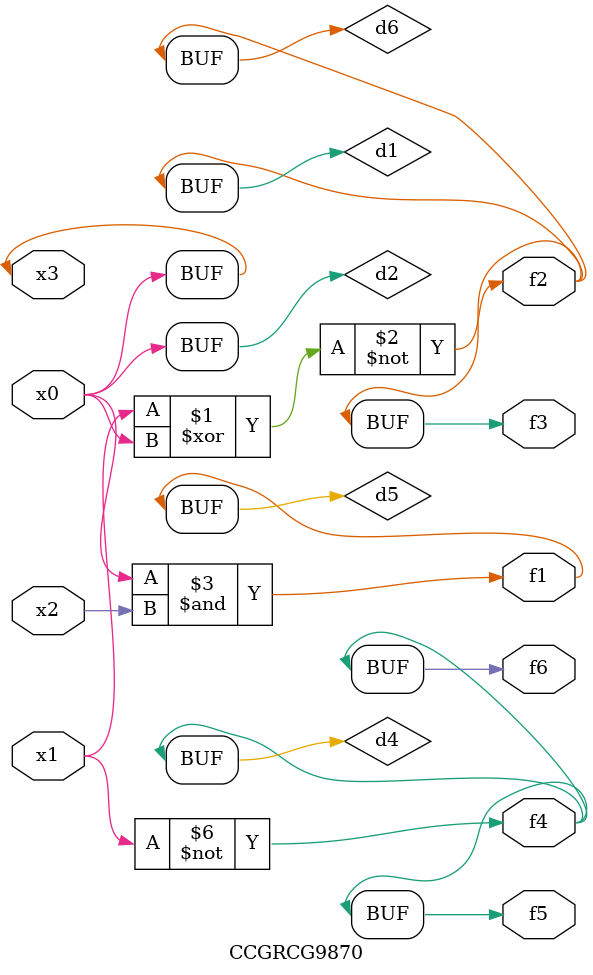
<source format=v>
module CCGRCG9870(
	input x0, x1, x2, x3,
	output f1, f2, f3, f4, f5, f6
);

	wire d1, d2, d3, d4, d5, d6;

	xnor (d1, x1, x3);
	buf (d2, x0, x3);
	nand (d3, x0, x2);
	not (d4, x1);
	nand (d5, d3);
	or (d6, d1);
	assign f1 = d5;
	assign f2 = d6;
	assign f3 = d6;
	assign f4 = d4;
	assign f5 = d4;
	assign f6 = d4;
endmodule

</source>
